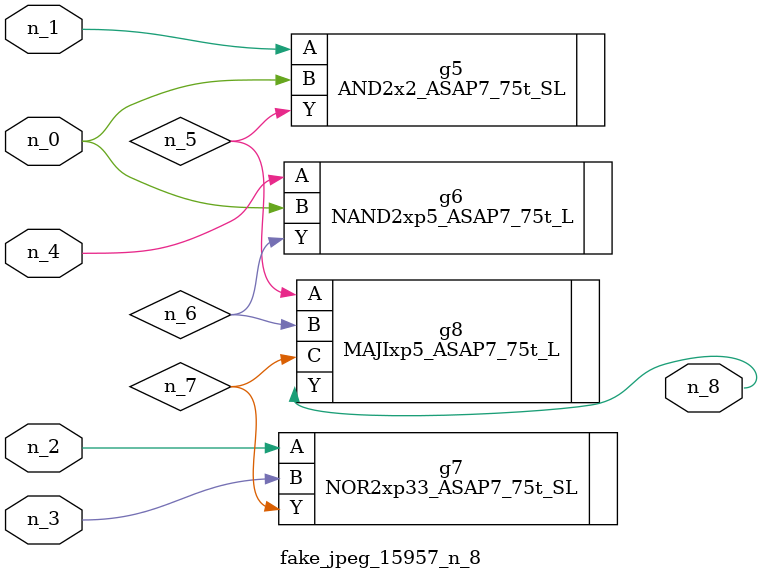
<source format=v>
module fake_jpeg_15957_n_8 (n_3, n_2, n_1, n_0, n_4, n_8);

input n_3;
input n_2;
input n_1;
input n_0;
input n_4;

output n_8;

wire n_6;
wire n_5;
wire n_7;

AND2x2_ASAP7_75t_SL g5 ( 
.A(n_1),
.B(n_0),
.Y(n_5)
);

NAND2xp5_ASAP7_75t_L g6 ( 
.A(n_4),
.B(n_0),
.Y(n_6)
);

NOR2xp33_ASAP7_75t_SL g7 ( 
.A(n_2),
.B(n_3),
.Y(n_7)
);

MAJIxp5_ASAP7_75t_L g8 ( 
.A(n_5),
.B(n_6),
.C(n_7),
.Y(n_8)
);


endmodule
</source>
